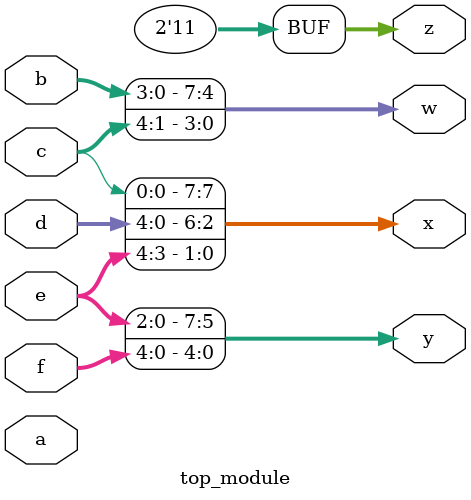
<source format=sv>
module top_module (
	input [4:0] a,
	input [4:0] b,
	input [4:0] c,
	input [4:0] d,
	input [4:0] e,
	input [4:0] f,
	output [7:0] w,
	output [7:0] x,
	output [7:0] y,
	output [7:8] z
);

    assign {w, x, y, z} = {a, b, c, d, e, f, 2'b11};

endmodule

</source>
